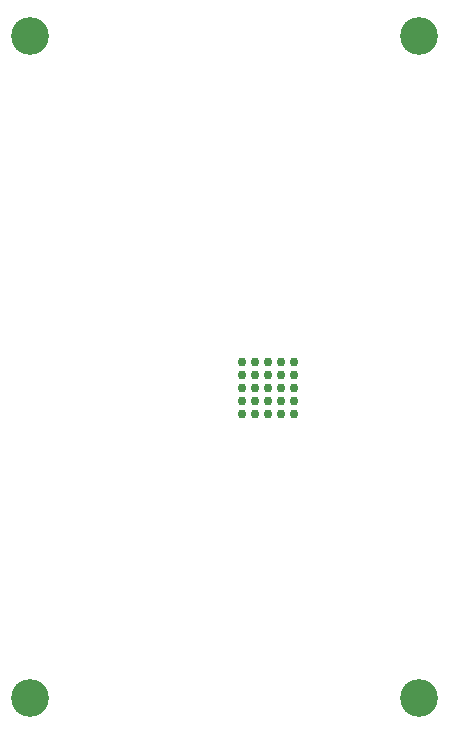
<source format=gbs>
G04*
G04 #@! TF.GenerationSoftware,Altium Limited,Altium Designer,21.2.1 (34)*
G04*
G04 Layer_Color=16711935*
%FSTAX24Y24*%
%MOIN*%
G70*
G04*
G04 #@! TF.SameCoordinates,7A998B52-B5E4-4745-A7E4-E824AC8E6B76*
G04*
G04*
G04 #@! TF.FilePolarity,Negative*
G04*
G01*
G75*
%ADD51C,0.1261*%
%ADD52C,0.0296*%
D51*
X247134Y274727D02*
D03*
X260126D02*
D03*
Y25268D02*
D03*
X247134Y25268D02*
D03*
D52*
X255953Y263861D02*
D03*
Y263428D02*
D03*
Y262995D02*
D03*
Y262562D02*
D03*
Y262129D02*
D03*
X25552Y263861D02*
D03*
Y263428D02*
D03*
Y262995D02*
D03*
Y262562D02*
D03*
Y262129D02*
D03*
X255086Y263861D02*
D03*
Y263428D02*
D03*
Y262995D02*
D03*
Y262562D02*
D03*
Y262129D02*
D03*
X254653Y263861D02*
D03*
Y263428D02*
D03*
Y262995D02*
D03*
Y262562D02*
D03*
Y262129D02*
D03*
X25422Y263861D02*
D03*
Y263428D02*
D03*
Y262995D02*
D03*
Y262562D02*
D03*
Y262129D02*
D03*
M02*

</source>
